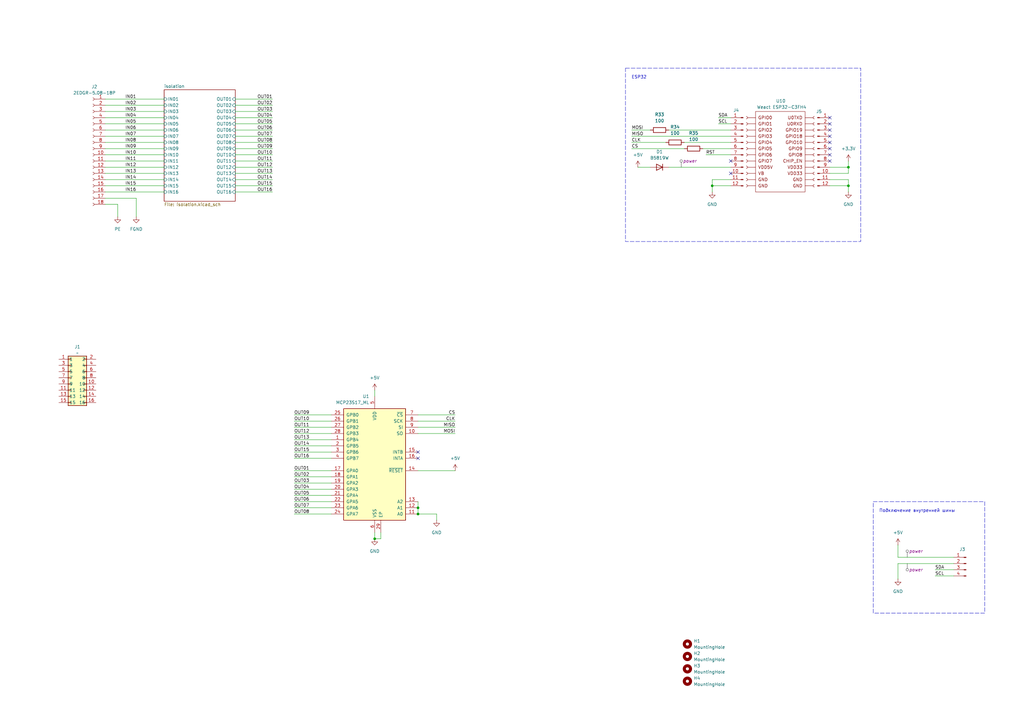
<source format=kicad_sch>
(kicad_sch (version 20231120) (generator "eeschema") (generator_version "8.0")
  (paper "A3")
  (lib_symbols
    (symbol "Interface_Expansion:MCP23S17_ML" (pin_names (offset 1.016))
      (property "Reference" "U" (at -11.43 24.13 0))
      (property "Value" "MCP23S17_ML" (at 0 0 0))
      (symbol "MCP23S17_ML_0_1"
        (rectangle (start -12.7 22.86) (end 12.7 -22.86) (stroke (width 0.254)) (fill (type background)))
      )
      (symbol "MCP23S17_ML_1_1"
        (pin bidirectional line (at 17.78 10.16 180) (length 5.08) (name "GPB4") (number "1"))
        (pin output line (at -17.78 12.7 0) (length 5.08) (name "SO") (number "10"))
        (pin input line (at -17.78 -20.32 0) (length 5.08) (name "A0") (number "11"))
        (pin input line (at -17.78 -17.78 0) (length 5.08) (name "A1") (number "12"))
        (pin input line (at -17.78 -15.24 0) (length 5.08) (name "A2") (number "13"))
        (pin input line (at -17.78 -2.54 0) (length 5.08) (name "~{RESET}") (number "14"))
        (pin tri_state line (at -17.78 5.08 0) (length 5.08) (name "INTB") (number "15"))
        (pin tri_state line (at -17.78 2.54 0) (length 5.08) (name "INTA") (number "16"))
        (pin bidirectional line (at 17.78 -2.54 180) (length 5.08) (name "GPA0") (number "17"))
        (pin bidirectional line (at 17.78 -5.08 180) (length 5.08) (name "GPA1") (number "18"))
        (pin bidirectional line (at 17.78 -7.62 180) (length 5.08) (name "GPA2") (number "19"))
        (pin bidirectional line (at 17.78 7.62 180) (length 5.08) (name "GPB5") (number "2"))
        (pin bidirectional line (at 17.78 -10.16 180) (length 5.08) (name "GPA3") (number "20"))
        (pin bidirectional line (at 17.78 -12.7 180) (length 5.08) (name "GPA4") (number "21"))
        (pin bidirectional line (at 17.78 -15.24 180) (length 5.08) (name "GPA5") (number "22"))
        (pin bidirectional line (at 17.78 -17.78 180) (length 5.08) (name "GPA6") (number "23"))
        (pin bidirectional line (at 17.78 -20.32 180) (length 5.08) (name "GPA7") (number "24"))
        (pin bidirectional line (at 17.78 20.32 180) (length 5.08) (name "GPB0") (number "25"))
        (pin bidirectional line (at 17.78 17.78 180) (length 5.08) (name "GPB1") (number "26"))
        (pin bidirectional line (at 17.78 15.24 180) (length 5.08) (name "GPB2") (number "27"))
        (pin bidirectional line (at 17.78 12.7 180) (length 5.08) (name "GPB3") (number "28"))
        (pin passive line (at -2.54 -27.94 90) (length 5.08) (name "EP") (number "29"))
        (pin bidirectional line (at 17.78 5.08 180) (length 5.08) (name "GPB6") (number "3"))
        (pin bidirectional line (at 17.78 2.54 180) (length 5.08) (name "GPB7") (number "4"))
        (pin power_in line (at 0 27.94 270) (length 5.08) (name "VDD") (number "5"))
        (pin power_in line (at 0 -27.94 90) (length 5.08) (name "VSS") (number "6"))
        (pin input line (at -17.78 20.32 0) (length 5.08) (name "~{CS}") (number "7"))
        (pin input line (at -17.78 17.78 0) (length 5.08) (name "SCK") (number "8"))
        (pin input line (at -17.78 15.24 0) (length 5.08) (name "SI") (number "9"))
      )
    )
    (symbol "Mechanical:MountingHole" (pin_names (offset 1.016)) (exclude_from_sim yes) (in_bom no)
      (property "Reference" "H" (at 0 5.08 0))
      (property "Value" "MountingHole" (at 0 3.175 0))
      (symbol "MountingHole_0_1"
        (circle (center 0 0) (radius 1.27) (stroke (width 1.27)))
      )
    )
    (symbol "kicad_inventree_lib:B5819W" (pin_numbers hide) (pin_names (offset 1.016) hide)
      (property "Reference" "D" (at 0 2.54 0))
      (property "Value" "B5819W" (at 0 -2.54 0))
      (property "part_ipn" "B5819W" (at 0 0 0))
      (symbol "B5819W_0_1"
        (polyline (pts (xy -1.27 1.27) (xy -1.27 -1.27)) (stroke (width 0.254)))
        (polyline (pts (xy 1.27 0) (xy -1.27 0)))
        (polyline (pts (xy 1.27 1.27) (xy 1.27 -1.27) (xy -1.27 0) (xy 1.27 1.27)) (stroke (width 0.254)))
      )
      (symbol "B5819W_1_1"
        (pin passive line (at -3.81 0 0) (length 2.54) (name "K") (number "1"))
        (pin passive line (at 3.81 0 180) (length 2.54) (name "A") (number "2"))
      )
    )
    (symbol "kicad_inventree_lib:Degson_2EDGR-5.08-18P" (pin_names (offset 1.016) hide)
      (property "Reference" "J" (at 0 2.54 0))
      (property "Value" "2EDGR-5.08-18P" (at -4.572 -46.482 0))
      (symbol "Degson_2EDGR-5.08-18P_1_1"
        (arc (start 0 -42.672) (mid -0.5058 -43.18) (end 0 -43.688) (stroke (width 0.1524)))
        (arc (start 0 -40.132) (mid -0.5058 -40.64) (end 0 -41.148) (stroke (width 0.1524)))
        (arc (start 0 -37.592) (mid -0.5058 -38.1) (end 0 -38.608) (stroke (width 0.1524)))
        (arc (start 0 -35.052) (mid -0.5058 -35.56) (end 0 -36.068) (stroke (width 0.1524)))
        (arc (start 0 -32.512) (mid -0.5058 -33.02) (end 0 -33.528) (stroke (width 0.1524)))
        (arc (start 0 -29.972) (mid -0.5058 -30.48) (end 0 -30.988) (stroke (width 0.1524)))
        (arc (start 0 -27.432) (mid -0.5058 -27.94) (end 0 -28.448) (stroke (width 0.1524)))
        (arc (start 0 -24.892) (mid -0.5058 -25.4) (end 0 -25.908) (stroke (width 0.1524)))
        (arc (start 0 -22.352) (mid -0.5058 -22.86) (end 0 -23.368) (stroke (width 0.1524)))
        (arc (start 0 -19.812) (mid -0.5058 -20.32) (end 0 -20.828) (stroke (width 0.1524)))
        (arc (start 0 -17.272) (mid -0.5058 -17.78) (end 0 -18.288) (stroke (width 0.1524)))
        (arc (start 0 -14.732) (mid -0.5058 -15.24) (end 0 -15.748) (stroke (width 0.1524)))
        (arc (start 0 -12.192) (mid -0.5058 -12.7) (end 0 -13.208) (stroke (width 0.1524)))
        (arc (start 0 -9.652) (mid -0.5058 -10.16) (end 0 -10.668) (stroke (width 0.1524)))
        (arc (start 0 -7.112) (mid -0.5058 -7.62) (end 0 -8.128) (stroke (width 0.1524)))
        (arc (start 0 -4.572) (mid -0.5058 -5.08) (end 0 -5.588) (stroke (width 0.1524)))
        (arc (start 0 -2.032) (mid -0.5058 -2.54) (end 0 -3.048) (stroke (width 0.1524)))
        (polyline (pts (xy -1.27 -43.18) (xy -0.508 -43.18)) (stroke (width 0.1524)))
        (polyline (pts (xy -1.27 -40.64) (xy -0.508 -40.64)) (stroke (width 0.1524)))
        (polyline (pts (xy -1.27 -38.1) (xy -0.508 -38.1)) (stroke (width 0.1524)))
        (polyline (pts (xy -1.27 -35.56) (xy -0.508 -35.56)) (stroke (width 0.1524)))
        (polyline (pts (xy -1.27 -33.02) (xy -0.508 -33.02)) (stroke (width 0.1524)))
        (polyline (pts (xy -1.27 -30.48) (xy -0.508 -30.48)) (stroke (width 0.1524)))
        (polyline (pts (xy -1.27 -27.94) (xy -0.508 -27.94)) (stroke (width 0.1524)))
        (polyline (pts (xy -1.27 -25.4) (xy -0.508 -25.4)) (stroke (width 0.1524)))
        (polyline (pts (xy -1.27 -22.86) (xy -0.508 -22.86)) (stroke (width 0.1524)))
        (polyline (pts (xy -1.27 -20.32) (xy -0.508 -20.32)) (stroke (width 0.1524)))
        (polyline (pts (xy -1.27 -17.78) (xy -0.508 -17.78)) (stroke (width 0.1524)))
        (polyline (pts (xy -1.27 -15.24) (xy -0.508 -15.24)) (stroke (width 0.1524)))
        (polyline (pts (xy -1.27 -12.7) (xy -0.508 -12.7)) (stroke (width 0.1524)))
        (polyline (pts (xy -1.27 -10.16) (xy -0.508 -10.16)) (stroke (width 0.1524)))
        (polyline (pts (xy -1.27 -7.62) (xy -0.508 -7.62)) (stroke (width 0.1524)))
        (polyline (pts (xy -1.27 -5.08) (xy -0.508 -5.08)) (stroke (width 0.1524)))
        (polyline (pts (xy -1.27 -2.54) (xy -0.508 -2.54)) (stroke (width 0.1524)))
        (polyline (pts (xy -1.27 0) (xy -0.508 0)) (stroke (width 0.1524)))
        (arc (start 0 0.508) (mid -0.5058 0) (end 0 -0.508) (stroke (width 0.1524)))
        (pin passive line (at -5.08 0 0) (length 3.81) (name "Pin_1") (number "1"))
        (pin passive line (at -5.08 -22.86 0) (length 3.81) (name "Pin_10") (number "10"))
        (pin passive line (at -5.08 -25.4 0) (length 3.81) (name "Pin_11") (number "11"))
        (pin passive line (at -5.08 -27.94 0) (length 3.81) (name "Pin_12") (number "12"))
        (pin passive line (at -5.08 -30.48 0) (length 3.81) (name "Pin_13") (number "13"))
        (pin passive line (at -5.08 -33.02 0) (length 3.81) (name "Pin_14") (number "14"))
        (pin passive line (at -5.08 -35.56 0) (length 3.81) (name "Pin_15") (number "15"))
        (pin passive line (at -5.08 -38.1 0) (length 3.81) (name "Pin_16") (number "16"))
        (pin passive line (at -5.08 -40.64 0) (length 3.81) (name "Pin_17") (number "17"))
        (pin passive line (at -5.08 -43.18 0) (length 3.81) (name "Pin_18") (number "18"))
        (pin passive line (at -5.08 -2.54 0) (length 3.81) (name "Pin_2") (number "2"))
        (pin passive line (at -5.08 -5.08 0) (length 3.81) (name "Pin_3") (number "3"))
        (pin passive line (at -5.08 -7.62 0) (length 3.81) (name "Pin_4") (number "4"))
        (pin passive line (at -5.08 -10.16 0) (length 3.81) (name "Pin_5") (number "5"))
        (pin passive line (at -5.08 -12.7 0) (length 3.81) (name "Pin_6") (number "6"))
        (pin passive line (at -5.08 -15.24 0) (length 3.81) (name "Pin_7") (number "7"))
        (pin passive line (at -5.08 -17.78 0) (length 3.81) (name "Pin_8") (number "8"))
        (pin passive line (at -5.08 -20.32 0) (length 3.81) (name "Pin_9") (number "9"))
      )
    )
    (symbol "kicad_inventree_lib:PM-front-02x08"
      (property "Reference" "J" (at 0 0 0))
      (symbol "PM-front-02x08_1_1"
        (rectangle (start -3.81 -22.733) (end -2.54 -22.987) (stroke (width 0.1524)))
        (rectangle (start -3.81 -20.193) (end -2.54 -20.447) (stroke (width 0.1524)))
        (rectangle (start -3.81 -17.653) (end -2.54 -17.907) (stroke (width 0.1524)))
        (rectangle (start -3.81 -15.113) (end -2.54 -15.367) (stroke (width 0.1524)))
        (rectangle (start -3.81 -12.573) (end -2.54 -12.827) (stroke (width 0.1524)))
        (rectangle (start -3.81 -10.033) (end -2.54 -10.287) (stroke (width 0.1524)))
        (rectangle (start -3.81 -7.493) (end -2.54 -7.747) (stroke (width 0.1524)))
        (rectangle (start -3.81 -4.953) (end -2.54 -5.207) (stroke (width 0.1524)))
        (rectangle (start -3.81 -3.81) (end 3.81 -24.13) (stroke (width 0.254)) (fill (type background)))
        (rectangle (start 3.81 -22.733) (end 2.54 -22.987) (stroke (width 0.1524)))
        (rectangle (start 3.81 -20.193) (end 2.54 -20.447) (stroke (width 0.1524)))
        (rectangle (start 3.81 -17.653) (end 2.54 -17.907) (stroke (width 0.1524)))
        (rectangle (start 3.81 -15.113) (end 2.54 -15.367) (stroke (width 0.1524)))
        (rectangle (start 3.81 -12.573) (end 2.54 -12.827) (stroke (width 0.1524)))
        (rectangle (start 3.81 -10.033) (end 2.54 -10.287) (stroke (width 0.1524)))
        (rectangle (start 3.81 -7.493) (end 2.54 -7.747) (stroke (width 0.1524)))
        (rectangle (start 3.81 -4.953) (end 2.54 -5.207) (stroke (width 0.1524)))
        (pin passive line (at -7.62 -5.08 0) (length 3.81) (name "1") (number "1"))
        (pin passive line (at 7.62 -15.24 180) (length 3.81) (name "10") (number "10"))
        (pin passive line (at -7.62 -17.78 0) (length 3.81) (name "11") (number "11"))
        (pin passive line (at 7.62 -17.78 180) (length 3.81) (name "12") (number "12"))
        (pin passive line (at -7.62 -20.32 0) (length 3.81) (name "13") (number "13"))
        (pin passive line (at 7.62 -20.32 180) (length 3.81) (name "14") (number "14"))
        (pin passive line (at -7.62 -22.86 0) (length 3.81) (name "15") (number "15"))
        (pin passive line (at 7.62 -22.86 180) (length 3.81) (name "16") (number "16"))
        (pin passive line (at 7.62 -5.08 180) (length 3.81) (name "2") (number "2"))
        (pin passive line (at -7.62 -7.62 0) (length 3.81) (name "3") (number "3"))
        (pin passive line (at 7.62 -7.62 180) (length 3.81) (name "4") (number "4"))
        (pin passive line (at -7.62 -10.16 0) (length 3.81) (name "5") (number "5"))
        (pin passive line (at 7.62 -10.16 180) (length 3.81) (name "6") (number "6"))
        (pin passive line (at -7.62 -12.7 0) (length 3.81) (name "7") (number "7"))
        (pin passive line (at 7.62 -12.7 180) (length 3.81) (name "8") (number "8"))
        (pin passive line (at -7.62 -15.24 0) (length 3.81) (name "9") (number "9"))
      )
    )
    (symbol "kicad_inventree_lib:PinHeader P2.54 01x04 THT Angle" (pin_names (offset 1.016) hide)
      (property "Reference" "J" (at 0 5.08 0))
      (property "Value" "Conn_01x04_Pin" (at 0 -7.62 0))
      (symbol "PinHeader P2.54 01x04 THT Angle_1_1"
        (polyline (pts (xy 1.27 -5.08) (xy 0.8636 -5.08)) (stroke (width 0.1524)))
        (polyline (pts (xy 1.27 -2.54) (xy 0.8636 -2.54)) (stroke (width 0.1524)))
        (polyline (pts (xy 1.27 0) (xy 0.8636 0)) (stroke (width 0.1524)))
        (polyline (pts (xy 1.27 2.54) (xy 0.8636 2.54)) (stroke (width 0.1524)))
        (rectangle (start 0.8636 -4.953) (end 0 -5.207) (stroke (width 0.1524)) (fill (type outline)))
        (rectangle (start 0.8636 -2.413) (end 0 -2.667) (stroke (width 0.1524)) (fill (type outline)))
        (rectangle (start 0.8636 0.127) (end 0 -0.127) (stroke (width 0.1524)) (fill (type outline)))
        (rectangle (start 0.8636 2.667) (end 0 2.413) (stroke (width 0.1524)) (fill (type outline)))
        (pin passive line (at 5.08 2.54 180) (length 3.81) (name "Pin_1") (number "1"))
        (pin passive line (at 5.08 0 180) (length 3.81) (name "Pin_2") (number "2"))
        (pin passive line (at 5.08 -2.54 180) (length 3.81) (name "Pin_3") (number "3"))
        (pin passive line (at 5.08 -5.08 180) (length 3.81) (name "Pin_4") (number "4"))
      )
    )
    (symbol "kicad_inventree_lib:PinHeader_01x12_P2.54_THT_straight" (pin_names (offset 1.016) hide)
      (property "Reference" "J" (at 0 15.24 0))
      (property "Value" "PinHeader_01x12_P2.54_THT_straight" (at 0 -17.78 0))
      (symbol "PinHeader_01x12_P2.54_THT_straight_1_1"
        (polyline (pts (xy 1.27 -15.24) (xy 0.8636 -15.24)) (stroke (width 0.1524)))
        (polyline (pts (xy 1.27 -12.7) (xy 0.8636 -12.7)) (stroke (width 0.1524)))
        (polyline (pts (xy 1.27 -10.16) (xy 0.8636 -10.16)) (stroke (width 0.1524)))
        (polyline (pts (xy 1.27 -7.62) (xy 0.8636 -7.62)) (stroke (width 0.1524)))
        (polyline (pts (xy 1.27 -5.08) (xy 0.8636 -5.08)) (stroke (width 0.1524)))
        (polyline (pts (xy 1.27 -2.54) (xy 0.8636 -2.54)) (stroke (width 0.1524)))
        (polyline (pts (xy 1.27 0) (xy 0.8636 0)) (stroke (width 0.1524)))
        (polyline (pts (xy 1.27 2.54) (xy 0.8636 2.54)) (stroke (width 0.1524)))
        (polyline (pts (xy 1.27 5.08) (xy 0.8636 5.08)) (stroke (width 0.1524)))
        (polyline (pts (xy 1.27 7.62) (xy 0.8636 7.62)) (stroke (width 0.1524)))
        (polyline (pts (xy 1.27 10.16) (xy 0.8636 10.16)) (stroke (width 0.1524)))
        (polyline (pts (xy 1.27 12.7) (xy 0.8636 12.7)) (stroke (width 0.1524)))
        (rectangle (start 0.8636 -15.113) (end 0 -15.367) (stroke (width 0.1524)) (fill (type outline)))
        (rectangle (start 0.8636 -12.573) (end 0 -12.827) (stroke (width 0.1524)) (fill (type outline)))
        (rectangle (start 0.8636 -10.033) (end 0 -10.287) (stroke (width 0.1524)) (fill (type outline)))
        (rectangle (start 0.8636 -7.493) (end 0 -7.747) (stroke (width 0.1524)) (fill (type outline)))
        (rectangle (start 0.8636 -4.953) (end 0 -5.207) (stroke (width 0.1524)) (fill (type outline)))
        (rectangle (start 0.8636 -2.413) (end 0 -2.667) (stroke (width 0.1524)) (fill (type outline)))
        (rectangle (start 0.8636 0.127) (end 0 -0.127) (stroke (width 0.1524)) (fill (type outline)))
        (rectangle (start 0.8636 2.667) (end 0 2.413) (stroke (width 0.1524)) (fill (type outline)))
        (rectangle (start 0.8636 5.207) (end 0 4.953) (stroke (width 0.1524)) (fill (type outline)))
        (rectangle (start 0.8636 7.747) (end 0 7.493) (stroke (width 0.1524)) (fill (type outline)))
        (rectangle (start 0.8636 10.287) (end 0 10.033) (stroke (width 0.1524)) (fill (type outline)))
        (rectangle (start 0.8636 12.827) (end 0 12.573) (stroke (width 0.1524)) (fill (type outline)))
        (pin passive line (at 5.08 12.7 180) (length 3.81) (name "Pin_1") (number "1"))
        (pin passive line (at 5.08 -10.16 180) (length 3.81) (name "Pin_10") (number "10"))
        (pin passive line (at 5.08 -12.7 180) (length 3.81) (name "Pin_11") (number "11"))
        (pin passive line (at 5.08 -15.24 180) (length 3.81) (name "Pin_12") (number "12"))
        (pin passive line (at 5.08 10.16 180) (length 3.81) (name "Pin_2") (number "2"))
        (pin passive line (at 5.08 7.62 180) (length 3.81) (name "Pin_3") (number "3"))
        (pin passive line (at 5.08 5.08 180) (length 3.81) (name "Pin_4") (number "4"))
        (pin passive line (at 5.08 2.54 180) (length 3.81) (name "Pin_5") (number "5"))
        (pin passive line (at 5.08 0 180) (length 3.81) (name "Pin_6") (number "6"))
        (pin passive line (at 5.08 -2.54 180) (length 3.81) (name "Pin_7") (number "7"))
        (pin passive line (at 5.08 -5.08 180) (length 3.81) (name "Pin_8") (number "8"))
        (pin passive line (at 5.08 -7.62 180) (length 3.81) (name "Pin_9") (number "9"))
      )
    )
    (symbol "kicad_inventree_lib:R_100_1206_1%" (pin_numbers hide) (pin_names (offset 0))
      (property "Reference" "R" (at 2.032 0 90))
      (property "Value" "100" (at 0 0 90))
      (symbol "R_100_1206_1%_0_1"
        (rectangle (start -1.016 -2.54) (end 1.016 2.54) (stroke (width 0.254)))
      )
      (symbol "R_100_1206_1%_1_1"
        (pin passive line (at 0 3.81 270) (length 1.27) (name "~") (number "1"))
        (pin passive line (at 0 -3.81 90) (length 1.27) (name "~") (number "2"))
      )
    )
    (symbol "kicad_inventree_lib:Weact ESP32-C3FH4"
      (property "Reference" "U" (at 0 0 0))
      (property "Value" "Weact ESP32-C3FH4" (at 0 0 0))
      (symbol "Weact ESP32-C3FH4_0_1"
        (rectangle (start -10.16 -2.54) (end 10.16 -35.56))
        (polyline (pts (xy -13.462 -33.02) (xy -10.16 -33.02)))
        (polyline (pts (xy -13.462 -30.48) (xy -10.16 -30.48)))
        (polyline (pts (xy -13.462 -27.94) (xy -10.16 -27.94)))
        (polyline (pts (xy -13.462 -25.4) (xy -10.16 -25.4)))
        (polyline (pts (xy -13.462 -22.86) (xy -10.16 -22.86)))
        (polyline (pts (xy -13.462 -20.32) (xy -10.16 -20.32)))
        (polyline (pts (xy -13.462 -17.78) (xy -10.16 -17.78)))
        (polyline (pts (xy -13.462 -15.24) (xy -10.16 -15.24)))
        (polyline (pts (xy -13.462 -12.7) (xy -10.16 -12.7)))
        (polyline (pts (xy -13.462 -10.16) (xy -10.16 -10.16)))
        (polyline (pts (xy -13.462 -7.62) (xy -10.16 -7.62)))
        (polyline (pts (xy -13.462 -5.08) (xy -10.16 -5.08)))
        (polyline (pts (xy 13.462 -33.02) (xy 10.16 -33.02)))
        (polyline (pts (xy 13.462 -30.48) (xy 10.16 -30.48)))
        (polyline (pts (xy 13.462 -27.94) (xy 10.16 -27.94)))
        (polyline (pts (xy 13.462 -25.4) (xy 10.16 -25.4)))
        (polyline (pts (xy 13.462 -22.86) (xy 10.16 -22.86)))
        (polyline (pts (xy 13.462 -20.32) (xy 10.16 -20.32)))
        (polyline (pts (xy 13.462 -17.78) (xy 10.16 -17.78)))
        (polyline (pts (xy 13.462 -15.24) (xy 10.16 -15.24)))
        (polyline (pts (xy 13.462 -12.7) (xy 10.16 -12.7)))
        (polyline (pts (xy 13.462 -10.16) (xy 10.16 -10.16)))
        (polyline (pts (xy 13.462 -7.62) (xy 10.16 -7.62)))
        (polyline (pts (xy 13.462 -5.08) (xy 10.16 -5.08)))
      )
      (symbol "Weact ESP32-C3FH4_1_1"
        (arc (start -13.9678 -33.528) (mid -13.462 -33.02) (end -13.9678 -32.512) (stroke (width 0.1524)))
        (arc (start -13.9678 -30.988) (mid -13.462 -30.48) (end -13.9678 -29.972) (stroke (width 0.1524)))
        (arc (start -13.9678 -28.448) (mid -13.462 -27.94) (end -13.9678 -27.432) (stroke (width 0.1524)))
        (arc (start -13.9678 -25.908) (mid -13.462 -25.4) (end -13.9678 -24.892) (stroke (width 0.1524)))
        (arc (start -13.9678 -23.368) (mid -13.462 -22.86) (end -13.9678 -22.352) (stroke (width 0.1524)))
        (arc (start -13.9678 -20.828) (mid -13.462 -20.32) (end -13.9678 -19.812) (stroke (width 0.1524)))
        (arc (start -13.9678 -18.288) (mid -13.462 -17.78) (end -13.9678 -17.272) (stroke (width 0.1524)))
        (arc (start -13.9678 -15.748) (mid -13.462 -15.24) (end -13.9678 -14.732) (stroke (width 0.1524)))
        (arc (start -13.9678 -13.208) (mid -13.462 -12.7) (end -13.9678 -12.192) (stroke (width 0.1524)))
        (arc (start -13.9678 -10.668) (mid -13.462 -10.16) (end -13.9678 -9.652) (stroke (width 0.1524)))
        (arc (start -13.9678 -8.128) (mid -13.462 -7.62) (end -13.9678 -7.112) (stroke (width 0.1524)))
        (arc (start -13.9678 -5.588) (mid -13.462 -5.08) (end -13.9678 -4.572) (stroke (width 0.1524)))
        (arc (start 13.9678 -32.512) (mid 13.46 -33.02) (end 13.9678 -33.528) (stroke (width 0.1524)))
        (arc (start 13.9678 -29.972) (mid 13.46 -30.48) (end 13.9678 -30.988) (stroke (width 0.1524)))
        (arc (start 13.9678 -27.432) (mid 13.462 -27.94) (end 13.9678 -28.448) (stroke (width 0.1524)))
        (arc (start 13.9678 -24.892) (mid 13.462 -25.4) (end 13.9678 -25.908) (stroke (width 0.1524)))
        (arc (start 13.9678 -22.352) (mid 13.462 -22.86) (end 13.9678 -23.368) (stroke (width 0.1524)))
        (arc (start 13.9678 -19.812) (mid 13.462 -20.32) (end 13.9678 -20.828) (stroke (width 0.1524)))
        (arc (start 13.9678 -17.272) (mid 13.462 -17.78) (end 13.9678 -18.288) (stroke (width 0.1524)))
        (arc (start 13.9678 -14.732) (mid 13.462 -15.24) (end 13.9678 -15.748) (stroke (width 0.1524)))
        (arc (start 13.9678 -12.192) (mid 13.462 -12.7) (end 13.9678 -13.208) (stroke (width 0.1524)))
        (arc (start 13.9678 -9.652) (mid 13.462 -10.16) (end 13.9678 -10.668) (stroke (width 0.1524)))
        (arc (start 13.9678 -7.112) (mid 13.462 -7.62) (end 13.9678 -8.128) (stroke (width 0.1524)))
        (arc (start 13.9678 -4.572) (mid 13.462 -5.08) (end 13.9678 -5.588) (stroke (width 0.1524)))
        (text "CHIP_EN" (at 9.144 -22.86 0) (effects (font (size 1.27 1.27)) (justify right)))
        (text "GND" (at -9.144 -33.02 0) (effects (font (size 1.27 1.27)) (justify left)))
        (text "GND" (at -9.144 -30.48 0) (effects (font (size 1.27 1.27)) (justify left)))
        (text "GND" (at 9.144 -33.02 0) (effects (font (size 1.27 1.27)) (justify right)))
        (text "GND" (at 9.144 -30.48 0) (effects (font (size 1.27 1.27)) (justify right)))
        (text "GPIO0" (at -9.144 -5.08 0) (effects (font (size 1.27 1.27)) (justify left)))
        (text "GPIO1" (at -9.144 -7.62 0) (effects (font (size 1.27 1.27)) (justify left)))
        (text "GPIO10" (at 9.144 -15.24 0) (effects (font (size 1.27 1.27)) (justify right)))
        (text "GPIO18" (at 9.144 -12.7 0) (effects (font (size 1.27 1.27)) (justify right)))
        (text "GPIO19" (at 9.144 -10.16 0) (effects (font (size 1.27 1.27)) (justify right)))
        (text "GPIO2" (at -9.144 -10.16 0) (effects (font (size 1.27 1.27)) (justify left)))
        (text "GPIO3" (at -9.144 -12.7 0) (effects (font (size 1.27 1.27)) (justify left)))
        (text "GPIO4" (at -9.144 -15.24 0) (effects (font (size 1.27 1.27)) (justify left)))
        (text "GPIO5" (at -9.144 -17.78 0) (effects (font (size 1.27 1.27)) (justify left)))
        (text "GPIO6" (at -9.144 -20.32 0) (effects (font (size 1.27 1.27)) (justify left)))
        (text "GPIO7" (at -9.144 -22.86 0) (effects (font (size 1.27 1.27)) (justify left)))
        (text "GPIO8" (at 9.144 -20.32 0) (effects (font (size 1.27 1.27)) (justify right)))
        (text "GPIO9" (at 9.144 -17.78 0) (effects (font (size 1.27 1.27)) (justify right)))
        (text "U0RXD" (at 9.144 -7.62 0) (effects (font (size 1.27 1.27)) (justify right)))
        (text "U0TXD" (at 9.144 -5.08 0) (effects (font (size 1.27 1.27)) (justify right)))
        (text "VB" (at -9.144 -27.94 0) (effects (font (size 1.27 1.27)) (justify left)))
        (text "VDD33" (at 9.144 -27.94 0) (effects (font (size 1.27 1.27)) (justify right)))
        (text "VDD33" (at 9.144 -25.4 0) (effects (font (size 1.27 1.27)) (justify right)))
        (text "VDD5V" (at -9.144 -25.4 0) (effects (font (size 1.27 1.27)) (justify left)))
      )
    )
    (symbol "power:+3.3V" (power) (pin_numbers hide) (pin_names (offset 0) hide)
      (property "Value" "+3.3V" (at 0 3.556 0))
      (symbol "+3.3V_0_1"
        (polyline (pts (xy -0.762 1.27) (xy 0 2.54)))
        (polyline (pts (xy 0 0) (xy 0 2.54)))
        (polyline (pts (xy 0 2.54) (xy 0.762 1.27)))
      )
      (symbol "+3.3V_1_1"
        (pin power_in line (at 0 0 90) (length 0) (name "~") (number "1"))
      )
    )
    (symbol "power:+5V" (power) (pin_numbers hide) (pin_names (offset 0) hide)
      (property "Value" "+5V" (at 0 3.556 0))
      (symbol "+5V_0_1"
        (polyline (pts (xy -0.762 1.27) (xy 0 2.54)))
        (polyline (pts (xy 0 0) (xy 0 2.54)))
        (polyline (pts (xy 0 2.54) (xy 0.762 1.27)))
      )
      (symbol "+5V_1_1"
        (pin power_in line (at 0 0 90) (length 0) (name "~") (number "1"))
      )
    )
    (symbol "power:GND" (power) (pin_numbers hide) (pin_names (offset 0) hide)
      (property "Value" "GND" (at 0 -3.81 0))
      (symbol "GND_0_1"
        (polyline (pts (xy 0 0) (xy 0 -1.27) (xy 1.27 -1.27) (xy 0 -2.54) (xy -1.27 -1.27) (xy 0 -1.27)))
      )
      (symbol "GND_1_1"
        (pin power_in line (at 0 0 270) (length 0) (name "~") (number "1"))
      )
    )
  )
  (junction (at 171.45 210.82))
  (junction (at 292.1 76.2))
  (junction (at 153.67 220.98))
  (junction (at 171.45 208.28))
  (junction (at 347.98 68.58))
  (junction (at 347.98 76.2))
  (no_connect (at 340.36 48.26))
  (no_connect (at 340.36 53.34))
  (no_connect (at 299.72 71.12))
  (no_connect (at 340.36 60.96))
  (no_connect (at 340.36 58.42))
  (no_connect (at 171.45 187.96))
  (no_connect (at 171.45 185.42))
  (no_connect (at 340.36 50.8))
  (no_connect (at 340.36 66.04))
  (no_connect (at 340.36 63.5))
  (no_connect (at 340.36 55.88))
  (no_connect (at 299.72 66.04))
  (wire (pts (xy 368.3 231.14) (xy 368.3 237.49)))
  (wire (pts (xy 259.08 58.42) (xy 273.05 58.42)))
  (wire (pts (xy 299.72 63.5) (xy 289.56 63.5)))
  (wire (pts (xy 274.32 53.34) (xy 299.72 53.34)))
  (wire (pts (xy 96.52 43.18) (xy 111.76 43.18)))
  (wire (pts (xy 55.88 81.28) (xy 43.18 81.28)))
  (wire (pts (xy 171.45 208.28) (xy 171.45 210.82)))
  (wire (pts (xy 120.65 182.88) (xy 135.89 182.88)))
  (wire (pts (xy 120.65 195.58) (xy 135.89 195.58)))
  (wire (pts (xy 43.18 55.88) (xy 67.31 55.88)))
  (wire (pts (xy 171.45 175.26) (xy 186.69 175.26)))
  (wire (pts (xy 179.07 210.82) (xy 171.45 210.82)))
  (wire (pts (xy 43.18 48.26) (xy 67.31 48.26)))
  (wire (pts (xy 43.18 60.96) (xy 67.31 60.96)))
  (wire (pts (xy 43.18 66.04) (xy 67.31 66.04)))
  (wire (pts (xy 120.65 198.12) (xy 135.89 198.12)))
  (wire (pts (xy 368.3 231.14) (xy 391.16 231.14)))
  (wire (pts (xy 292.1 76.2) (xy 292.1 78.74)))
  (wire (pts (xy 120.65 200.66) (xy 135.89 200.66)))
  (wire (pts (xy 292.1 76.2) (xy 299.72 76.2)))
  (wire (pts (xy 294.64 48.26) (xy 299.72 48.26)))
  (wire (pts (xy 347.98 76.2) (xy 347.98 78.74)))
  (wire (pts (xy 153.67 160.02) (xy 153.67 162.56)))
  (wire (pts (xy 120.65 175.26) (xy 135.89 175.26)))
  (wire (pts (xy 383.54 233.68) (xy 391.16 233.68)))
  (wire (pts (xy 383.54 236.22) (xy 391.16 236.22)))
  (wire (pts (xy 171.45 193.04) (xy 186.69 193.04)))
  (wire (pts (xy 120.65 193.04) (xy 135.89 193.04)))
  (wire (pts (xy 120.65 172.72) (xy 135.89 172.72)))
  (wire (pts (xy 280.67 58.42) (xy 299.72 58.42)))
  (wire (pts (xy 340.36 68.58) (xy 347.98 68.58)))
  (wire (pts (xy 48.26 83.82) (xy 48.26 88.9)))
  (wire (pts (xy 55.88 88.9) (xy 55.88 81.28)))
  (wire (pts (xy 288.29 60.96) (xy 299.72 60.96)))
  (wire (pts (xy 347.98 68.58) (xy 347.98 66.04)))
  (wire (pts (xy 96.52 63.5) (xy 111.76 63.5)))
  (wire (pts (xy 96.52 78.74) (xy 111.76 78.74)))
  (wire (pts (xy 96.52 40.64) (xy 111.76 40.64)))
  (wire (pts (xy 120.65 187.96) (xy 135.89 187.96)))
  (wire (pts (xy 43.18 43.18) (xy 67.31 43.18)))
  (wire (pts (xy 96.52 55.88) (xy 111.76 55.88)))
  (wire (pts (xy 120.65 205.74) (xy 135.89 205.74)))
  (wire (pts (xy 43.18 63.5) (xy 67.31 63.5)))
  (wire (pts (xy 156.21 218.44) (xy 156.21 220.98)))
  (wire (pts (xy 43.18 68.58) (xy 67.31 68.58)))
  (wire (pts (xy 120.65 177.8) (xy 135.89 177.8)))
  (wire (pts (xy 43.18 58.42) (xy 67.31 58.42)))
  (wire (pts (xy 156.21 220.98) (xy 153.67 220.98)))
  (wire (pts (xy 171.45 170.18) (xy 186.69 170.18)))
  (wire (pts (xy 340.36 76.2) (xy 347.98 76.2)))
  (wire (pts (xy 43.18 83.82) (xy 48.26 83.82)))
  (wire (pts (xy 259.08 53.34) (xy 266.7 53.34)))
  (wire (pts (xy 96.52 45.72) (xy 111.76 45.72)))
  (wire (pts (xy 299.72 68.58) (xy 274.32 68.58)))
  (wire (pts (xy 179.07 213.36) (xy 179.07 210.82)))
  (wire (pts (xy 153.67 218.44) (xy 153.67 220.98)))
  (wire (pts (xy 347.98 71.12) (xy 347.98 68.58)))
  (wire (pts (xy 96.52 71.12) (xy 111.76 71.12)))
  (wire (pts (xy 43.18 76.2) (xy 67.31 76.2)))
  (wire (pts (xy 120.65 170.18) (xy 135.89 170.18)))
  (wire (pts (xy 120.65 203.2) (xy 135.89 203.2)))
  (wire (pts (xy 120.65 180.34) (xy 135.89 180.34)))
  (wire (pts (xy 347.98 73.66) (xy 347.98 76.2)))
  (wire (pts (xy 340.36 73.66) (xy 347.98 73.66)))
  (wire (pts (xy 43.18 73.66) (xy 67.31 73.66)))
  (wire (pts (xy 368.3 228.6) (xy 391.16 228.6)))
  (wire (pts (xy 96.52 50.8) (xy 111.76 50.8)))
  (wire (pts (xy 299.72 73.66) (xy 292.1 73.66)))
  (wire (pts (xy 43.18 40.64) (xy 67.31 40.64)))
  (wire (pts (xy 43.18 71.12) (xy 67.31 71.12)))
  (wire (pts (xy 43.18 78.74) (xy 67.31 78.74)))
  (wire (pts (xy 120.65 210.82) (xy 135.89 210.82)))
  (wire (pts (xy 96.52 68.58) (xy 111.76 68.58)))
  (wire (pts (xy 259.08 60.96) (xy 280.67 60.96)))
  (wire (pts (xy 96.52 53.34) (xy 111.76 53.34)))
  (wire (pts (xy 43.18 45.72) (xy 67.31 45.72)))
  (wire (pts (xy 96.52 73.66) (xy 111.76 73.66)))
  (wire (pts (xy 340.36 71.12) (xy 347.98 71.12)))
  (wire (pts (xy 96.52 76.2) (xy 111.76 76.2)))
  (wire (pts (xy 120.65 185.42) (xy 135.89 185.42)))
  (wire (pts (xy 171.45 205.74) (xy 171.45 208.28)))
  (wire (pts (xy 43.18 50.8) (xy 67.31 50.8)))
  (wire (pts (xy 120.65 208.28) (xy 135.89 208.28)))
  (wire (pts (xy 294.64 50.8) (xy 299.72 50.8)))
  (wire (pts (xy 96.52 58.42) (xy 111.76 58.42)))
  (wire (pts (xy 96.52 60.96) (xy 111.76 60.96)))
  (wire (pts (xy 96.52 66.04) (xy 111.76 66.04)))
  (wire (pts (xy 171.45 177.8) (xy 186.69 177.8)))
  (wire (pts (xy 292.1 73.66) (xy 292.1 76.2)))
  (wire (pts (xy 368.3 228.6) (xy 368.3 223.52)))
  (wire (pts (xy 171.45 172.72) (xy 186.69 172.72)))
  (wire (pts (xy 259.08 55.88) (xy 299.72 55.88)))
  (wire (pts (xy 96.52 48.26) (xy 111.76 48.26)))
  (wire (pts (xy 43.18 53.34) (xy 67.31 53.34)))
  (wire (pts (xy 266.7 68.58) (xy 261.62 68.58)))
  (rectangle (start 358.14 205.74) (end 403.86 251.46) (stroke (width 0) (type dash)))
  (rectangle (start 256.54 27.94) (end 353.06 99.06) (stroke (width 0) (type dash)))
  (text "ESP32" (at 262.128 31.75 0) (effects (font (size 1.27 1.27))))
  (text "Подключение внутренней шины" (at 376.174 209.55 0) (effects (font (size 1.27 1.27))))
  (label "IN05" (at 55.88 50.8 180))
  (label "OUT14" (at 111.76 73.66 180))
  (label "IN11" (at 55.88 66.04 180))
  (label "OUT09" (at 120.65 170.18 0))
  (label "CLK" (at 259.08 58.42 0))
  (label "IN12" (at 55.88 68.58 180))
  (label "OUT08" (at 111.76 58.42 180))
  (label "OUT13" (at 120.65 180.34 0))
  (label "OUT13" (at 111.76 71.12 180))
  (label "OUT05" (at 111.76 50.8 180))
  (label "OUT11" (at 111.76 66.04 180))
  (label "OUT06" (at 120.65 205.74 0))
  (label "CS" (at 259.08 60.96 0))
  (label "OUT16" (at 120.65 187.96 0))
  (label "OUT07" (at 111.76 55.88 180))
  (label "IN06" (at 55.88 53.34 180))
  (label "MOSI" (at 259.08 53.34 0))
  (label "IN01" (at 55.88 40.64 180))
  (label "SDA" (at 383.54 233.68 0))
  (label "IN10" (at 55.88 63.5 180))
  (label "OUT04" (at 111.76 48.26 180))
  (label "SDA" (at 294.64 48.26 0))
  (label "OUT10" (at 120.65 172.72 0))
  (label "CS" (at 186.69 170.18 180))
  (label "IN02" (at 55.88 43.18 180))
  (label "OUT02" (at 111.76 43.18 180))
  (label "OUT07" (at 120.65 208.28 0))
  (label "OUT02" (at 120.65 195.58 0))
  (label "IN09" (at 55.88 60.96 180))
  (label "OUT12" (at 111.76 68.58 180))
  (label "OUT12" (at 120.65 177.8 0))
  (label "OUT16" (at 111.76 78.74 180))
  (label "OUT15" (at 111.76 76.2 180))
  (label "OUT15" (at 120.65 185.42 0))
  (label "RST" (at 289.56 63.5 0))
  (label "OUT14" (at 120.65 182.88 0))
  (label "OUT11" (at 120.65 175.26 0))
  (label "IN04" (at 55.88 48.26 180))
  (label "MISO" (at 186.69 175.26 180))
  (label "OUT03" (at 120.65 198.12 0))
  (label "CLK" (at 186.69 172.72 180))
  (label "IN14" (at 55.88 73.66 180))
  (label "OUT05" (at 120.65 203.2 0))
  (label "OUT01" (at 120.65 193.04 0))
  (label "OUT09" (at 111.76 60.96 180))
  (label "SCL" (at 294.64 50.8 0))
  (label "OUT03" (at 111.76 45.72 180))
  (label "OUT04" (at 120.65 200.66 0))
  (label "MOSI" (at 186.69 177.8 180))
  (label "IN15" (at 55.88 76.2 180))
  (label "IN13" (at 55.88 71.12 180))
  (label "SCL" (at 383.54 236.22 0))
  (label "MISO" (at 259.08 55.88 0))
  (label "IN08" (at 55.88 58.42 180))
  (label "OUT10" (at 111.76 63.5 180))
  (label "OUT08" (at 120.65 210.82 0))
  (label "IN03" (at 55.88 45.72 180))
  (label "OUT01" (at 111.76 40.64 180))
  (label "IN16" (at 55.88 78.74 180))
  (label "OUT06" (at 111.76 53.34 180))
  (label "IN07" (at 55.88 55.88 180))
  (netclass_flag "" (length 2.54) (shape round) (at 279.4 68.58 0) (property "Netclass" "power" (at 280.0985 66.04 0) (effects (font (italic yes)) (justify left))))
  (netclass_flag "" (length 2.54) (shape round) (at 372.11 231.14 180) (property "Netclass" "power" (at 372.8085 233.68 0) (effects (font (italic yes)) (justify left))))
  (netclass_flag "" (length 2.54) (shape round) (at 372.11 228.6 0) (property "Netclass" "power" (at 372.8085 226.06 0) (effects (font (italic yes)) (justify left))))
  (symbol (lib_id "power:GND") (at 153.67 220.98 0) (unit 1)
    (property "Reference" "#PWR04" (effects (hide yes)))
    (property "Value" "GND" (at 153.67 226.06 0))
    (property "Description" "Power symbol creates a global label with name \"GND\" , ground" (effects (hide yes)))
  )
  (symbol (lib_id "Mechanical:MountingHole") (at 281.94 279.4 0) (unit 1) (exclude_from_sim yes) (in_bom no)
    (property "Reference" "H4" (at 284.48 278.1299 0) (effects (justify left)))
    (property "Value" "MountingHole" (at 284.48 280.6699 0) (effects (justify left)))
    (property "Footprint" "MountingHole:MountingHole_3.2mm_M3" (effects (hide yes)))
    (property "Description" "Mounting Hole without connection" (effects (hide yes)))
  )
  (symbol (lib_id "Mechanical:MountingHole") (at 281.94 274.32 0) (unit 1) (exclude_from_sim yes) (in_bom no)
    (property "Reference" "H3" (at 284.48 273.0499 0) (effects (justify left)))
    (property "Value" "MountingHole" (at 284.48 275.5899 0) (effects (justify left)))
    (property "Footprint" "MountingHole:MountingHole_3.2mm_M3" (effects (hide yes)))
    (property "Description" "Mounting Hole without connection" (effects (hide yes)))
  )
  (symbol (lib_id "kicad_inventree_lib:Weact ESP32-C3FH4") (at 320.04 43.18 0) (unit 1)
    (property "Reference" "U10" (at 318.262 41.402 0) (effects (justify left)))
    (property "Value" "Weact ESP32-C3FH4" (at 310.388 43.942 0) (effects (justify left)))
    (property "Footprint" "kicad_inventree_lib:Weact ESP32-C3FH4" (effects (hide yes)))
    (property "Datasheet" "http://inventree.network/part/49/" (effects (hide yes)))
    (property "Description" "Микроконтроллер Weact ESP32-C3" (effects (hide yes)))
    (property "NextPCB_price" "3.5" (effects (hide yes)))
    (property "NextPCB_url" "https://aliexpress.ru/item/1005004960064227.html?sku_id=12000037047175289&spm=a2g2w.stores.seller_list.26.735f3604TtTEtI" (effects (hide yes)))
    (property "part_ipn" "Weact ESP32-C3FH4" (effects (hide yes)))
  )
  (symbol (lib_id "Mechanical:MountingHole") (at 281.94 264.16 0) (unit 1) (exclude_from_sim yes) (in_bom no)
    (property "Reference" "H1" (at 284.48 262.8899 0) (effects (justify left)))
    (property "Value" "MountingHole" (at 284.48 265.4299 0) (effects (justify left)))
    (property "Footprint" "MountingHole:MountingHole_3.2mm_M3" (effects (hide yes)))
    (property "Description" "Mounting Hole without connection" (effects (hide yes)))
  )
  (symbol (lib_id "kicad_inventree_lib:R_100_1206_1%") (at 284.48 60.96 90) (unit 1)
    (property "Reference" "R35" (at 284.48 54.61 90))
    (property "Value" "100" (at 284.48 57.15 90))
    (property "Footprint" "Resistor_SMD:R_1206_3216Metric_Pad1.30x1.75mm_HandSolder" (effects (hide yes)))
    (property "Datasheet" "http://inventree.network/part/61/" (effects (hide yes)))
    (property "Description" "Resistor" (effects (hide yes)))
    (property "NextPCB_price" "0.00169" (effects (hide yes)))
    (property "NextPCB_url" "https://www.hqonline.com/product-detail/chip-resistors-fojan-frc1206f3301ts-2500354421" (effects (hide yes)))
    (property "part_ipn" "R_100_1206_1%" (effects (hide yes)))
  )
  (symbol (lib_id "power:+5V") (at 186.69 193.04 0) (unit 1)
    (property "Reference" "#PWR06" (effects (hide yes)))
    (property "Value" "+5V" (at 186.69 187.96 0))
    (property "Description" "Power symbol creates a global label with name \"+5V\"" (effects (hide yes)))
  )
  (symbol (lib_id "power:GND") (at 292.1 78.74 0) (unit 1)
    (property "Reference" "#PWR016" (effects (hide yes)))
    (property "Value" "GND" (at 292.1 83.82 0))
    (property "Description" "Power symbol creates a global label with name \"GND\" , ground" (effects (hide yes)))
  )
  (symbol (lib_id "power:GND") (at 368.3 237.49 0) (unit 1)
    (property "Reference" "#PWR08" (effects (hide yes)))
    (property "Value" "GND" (at 368.3 242.57 0))
    (property "Description" "Power symbol creates a global label with name \"GND\" , ground" (effects (hide yes)))
  )
  (symbol (lib_id "power:GND") (at 48.26 88.9 0) (unit 1)
    (property "Reference" "#PWR01" (effects (hide yes)))
    (property "Value" "PE" (at 48.26 93.98 0))
    (property "Description" "Power symbol creates a global label with name \"GND\" , ground" (effects (hide yes)))
  )
  (symbol (lib_id "power:+3.3V") (at 347.98 66.04 0) (unit 1)
    (property "Reference" "#PWR017" (effects (hide yes)))
    (property "Value" "+3.3V" (at 347.98 60.96 0))
    (property "Description" "Power symbol creates a global label with name \"+3.3V\"" (effects (hide yes)))
  )
  (symbol (lib_id "Interface_Expansion:MCP23S17_ML") (at 153.67 190.5 0) (mirror y) (unit 1)
    (property "Reference" "U1" (at 151.4759 162.56 0) (effects (justify left)))
    (property "Value" "MCP23S17_ML" (at 151.4759 165.1 0) (effects (justify left)))
    (property "Footprint" "Package_DFN_QFN:QFN-28-1EP_6x6mm_P0.65mm_EP4.25x4.25mm" (effects (hide yes)))
    (property "Datasheet" "http://ww1.microchip.com/downloads/en/DeviceDoc/20001952C.pdf" (effects (hide yes)))
    (property "Description" "16-bit I/O expander, SPI, interrupts, w pull-ups, QFN-28" (effects (hide yes)))
  )
  (symbol (lib_id "power:GND") (at 347.98 78.74 0) (unit 1)
    (property "Reference" "#PWR018" (effects (hide yes)))
    (property "Value" "GND" (at 347.98 83.82 0))
    (property "Description" "Power symbol creates a global label with name \"GND\" , ground" (effects (hide yes)))
  )
  (symbol (lib_id "power:+5V") (at 368.3 223.52 0) (unit 1)
    (property "Reference" "#PWR07" (effects (hide yes)))
    (property "Value" "+5V" (at 368.3 218.44 0))
    (property "Description" "Power symbol creates a global label with name \"+5V\"" (effects (hide yes)))
  )
  (symbol (lib_id "kicad_inventree_lib:R_100_1206_1%") (at 270.51 53.34 90) (unit 1)
    (property "Reference" "R33" (at 270.51 46.99 90))
    (property "Value" "100" (at 270.51 49.53 90))
    (property "Footprint" "Resistor_SMD:R_1206_3216Metric_Pad1.30x1.75mm_HandSolder" (effects (hide yes)))
    (property "Datasheet" "http://inventree.network/part/61/" (effects (hide yes)))
    (property "Description" "Resistor" (effects (hide yes)))
    (property "NextPCB_price" "0.00169" (effects (hide yes)))
    (property "NextPCB_url" "https://www.hqonline.com/product-detail/chip-resistors-fojan-frc1206f3301ts-2500354421" (effects (hide yes)))
    (property "part_ipn" "R_100_1206_1%" (effects (hide yes)))
  )
  (symbol (lib_id "kicad_inventree_lib:R_100_1206_1%") (at 276.86 58.42 90) (unit 1)
    (property "Reference" "R34" (at 276.86 52.07 90))
    (property "Value" "100" (at 276.86 54.61 90))
    (property "Footprint" "Resistor_SMD:R_1206_3216Metric_Pad1.30x1.75mm_HandSolder" (effects (hide yes)))
    (property "Datasheet" "http://inventree.network/part/61/" (effects (hide yes)))
    (property "Description" "Resistor" (effects (hide yes)))
    (property "NextPCB_price" "0.00169" (effects (hide yes)))
    (property "NextPCB_url" "https://www.hqonline.com/product-detail/chip-resistors-fojan-frc1206f3301ts-2500354421" (effects (hide yes)))
    (property "part_ipn" "R_100_1206_1%" (effects (hide yes)))
  )
  (symbol (lib_id "Mechanical:MountingHole") (at 281.94 269.24 0) (unit 1) (exclude_from_sim yes) (in_bom no)
    (property "Reference" "H2" (at 284.48 267.9699 0) (effects (justify left)))
    (property "Value" "MountingHole" (at 284.48 270.5099 0) (effects (justify left)))
    (property "Footprint" "MountingHole:MountingHole_3.2mm_M3" (effects (hide yes)))
    (property "Description" "Mounting Hole without connection" (effects (hide yes)))
  )
  (symbol (lib_id "kicad_inventree_lib:PinHeader_01x12_P2.54_THT_straight") (at 335.28 60.96 0) (unit 1)
    (property "Reference" "J5" (at 335.915 45.72 0))
    (property "Value" "PinHeader P2.54 01x12 THT Straight" (effects (hide yes)))
    (property "Footprint" "Connector_PinHeader_2.54mm:PinHeader_1x12_P2.54mm_Vertical" (effects (hide yes)))
    (property "Datasheet" "http://inventree.network/part/31/" (effects (hide yes)))
    (property "Description" "Generic connector, single row, 01x12, script generated" (effects (hide yes)))
    (property "NextPCB_price" "0.32886" (effects (hide yes)))
    (property "NextPCB_url" "https://www.hqonline.com/product-detail/pin-headers-boomele-2-54-1-40pyuanzhen-2500377919" (effects (hide yes)))
    (property "part_ipn" "PinHeader_01x12_P2.54_THT_straight" (effects (hide yes)))
  )
  (symbol (lib_id "power:+5V") (at 153.67 160.02 0) (unit 1)
    (property "Reference" "#PWR03" (effects (hide yes)))
    (property "Value" "+5V" (at 153.67 154.94 0))
    (property "Description" "Power symbol creates a global label with name \"+5V\"" (effects (hide yes)))
  )
  (symbol (lib_id "power:GND") (at 55.88 88.9 0) (unit 1)
    (property "Reference" "#PWR02" (effects (hide yes)))
    (property "Value" "FGND" (at 55.88 93.98 0))
    (property "Description" "Power symbol creates a global label with name \"GND\" , ground" (effects (hide yes)))
  )
  (symbol (lib_id "kicad_inventree_lib:B5819W") (at 270.51 68.58 180) (unit 1)
    (property "Reference" "D1" (at 270.51 62.23 0))
    (property "Value" "B5819W" (at 270.51 64.77 0))
    (property "Footprint" "Diode_SMD:D_SOD-123" (effects (hide yes)))
    (property "Datasheet" "http://inventree.network/part/6/" (effects (hide yes)))
    (property "Description" "Schottky diode" (effects (hide yes)))
    (property "Sim.Device" "D" (effects (hide yes)))
    (property "Sim.Pins" "1=K 2=A" (effects (hide yes)))
    (property "Manufacturer" "MDD" (effects (hide yes)))
    (property "NextPCB_price" "0.0107" (effects (hide yes)))
    (property "NextPCB_url" "https://www.hqonline.com/product-detail/schottky-diode-mdd-b5819w-2500218931" (effects (hide yes)))
    (property "part_ipn" "B5819W" (effects (hide yes)))
  )
  (symbol (lib_id "kicad_inventree_lib:PM-front-02x08") (at 31.75 142.24 0) (unit 1)
    (property "Reference" "J1" (at 31.75 142.24 0))
    (property "Value" "~" (at 31.75 144.78 0))
    (property "Footprint" "kicad_inventree_lib:PM-front-02x08" (effects (hide yes)))
  )
  (symbol (lib_id "kicad_inventree_lib:PinHeader_01x12_P2.54_THT_straight") (at 304.8 60.96 0) (mirror y) (unit 1)
    (property "Reference" "J4" (at 300.736 45.212 0) (effects (justify right)))
    (property "Value" "PinHeader P2.54 01x12 THT Straight" (effects (hide yes)))
    (property "Footprint" "Connector_PinHeader_2.54mm:PinHeader_1x12_P2.54mm_Vertical" (effects (hide yes)))
    (property "Datasheet" "http://inventree.network/part/31/" (effects (hide yes)))
    (property "Description" "Generic connector, single row, 01x12, script generated" (effects (hide yes)))
    (property "NextPCB_price" "0.32886" (effects (hide yes)))
    (property "NextPCB_url" "https://www.hqonline.com/product-detail/pin-headers-boomele-2-54-1-40pyuanzhen-2500377919" (effects (hide yes)))
    (property "part_ipn" "PinHeader_01x12_P2.54_THT_straight" (effects (hide yes)))
  )
  (symbol (lib_id "kicad_inventree_lib:PinHeader P2.54 01x04 THT Angle") (at 396.24 231.14 0) (mirror y) (unit 1)
    (property "Reference" "J3" (at 394.716 225.298 0))
    (property "Value" "Conn_01x04_Pin" (effects (hide yes)))
    (property "Footprint" "Connector_PinHeader_2.54mm:PinHeader_1x04_P2.54mm_Horizontal" (effects (hide yes)))
    (property "Datasheet" "http://inventree.network/part/9/" (effects (hide yes)))
    (property "Description" "Generic connector, single row, 01x04, script generated" (effects (hide yes)))
    (property "part_ipn" "PinHeader P2.54 01x04 THT Angle" (effects (hide yes)))
  )
  (symbol (lib_id "power:+5V") (at 261.62 68.58 0) (unit 1)
    (property "Reference" "#PWR015" (effects (hide yes)))
    (property "Value" "+5V" (at 261.62 63.5 0))
    (property "Description" "Power symbol creates a global label with name \"+5V\"" (effects (hide yes)))
  )
  (symbol (lib_id "kicad_inventree_lib:Degson_2EDGR-5.08-18P") (at 38.1 40.64 0) (mirror y) (unit 1)
    (property "Reference" "J2" (at 38.735 35.56 0))
    (property "Value" "2EDGR-5.08-18P" (at 38.735 38.1 0))
    (property "Footprint" "NextPCB:Degson_2EDGR-5.08-18P" (effects (hide yes)))
    (property "Datasheet" "http://inventree.network/part/19/" (effects (hide yes)))
    (property "Description" "01x18" (effects (hide yes)))
    (property "NextPCB_url" "https://www.hqonline.com/product-detail/terminal-blocks-kangnex-wj2edgr-5-08-18p-2500349376" (effects (hide yes)))
    (property "NextPCB_price" "0.17085" (effects (hide yes)))
    (property "part_ipn" "2EDGR-5.08-18P" (effects (hide yes)))
  )
  (symbol (lib_id "power:GND") (at 179.07 213.36 0) (unit 1)
    (property "Reference" "#PWR05" (effects (hide yes)))
    (property "Value" "GND" (at 179.07 218.44 0))
    (property "Description" "Power symbol creates a global label with name \"GND\" , ground" (effects (hide yes)))
  )
  (sheet (at 67.31 36.83) (size 29.21 45.72) (stroke (width 0.1524))
    (property "Sheetname" "isolation" (at 67.31 36.1184 0) (effects (justify left bottom)))
    (property "Sheetfile" "isolation.kicad_sch" (at 67.31 83.1346 0) (effects (justify left top)))
    (pin "IN01" input (at 67.31 40.64 180))
    (pin "IN02" input (at 67.31 43.18 180))
    (pin "IN03" input (at 67.31 45.72 180))
    (pin "IN04" input (at 67.31 48.26 180))
    (pin "IN05" input (at 67.31 50.8 180))
    (pin "IN06" input (at 67.31 53.34 180))
    (pin "IN07" input (at 67.31 55.88 180))
    (pin "IN08" input (at 67.31 58.42 180))
    (pin "IN10" input (at 67.31 63.5 180))
    (pin "IN09" input (at 67.31 60.96 180))
    (pin "OUT01" input (at 96.52 40.64 0))
    (pin "OUT02" input (at 96.52 43.18 0))
    (pin "OUT07" input (at 96.52 55.88 0))
    (pin "OUT08" input (at 96.52 58.42 0))
    (pin "OUT05" input (at 96.52 50.8 0))
    (pin "OUT06" input (at 96.52 53.34 0))
    (pin "OUT03" input (at 96.52 45.72 0))
    (pin "OUT04" input (at 96.52 48.26 0))
    (pin "OUT09" input (at 96.52 60.96 0))
    (pin "OUT10" input (at 96.52 63.5 0))
    (pin "OUT11" input (at 96.52 66.04 0))
    (pin "OUT12" input (at 96.52 68.58 0))
    (pin "IN11" input (at 67.31 66.04 180))
    (pin "IN12" input (at 67.31 68.58 180))
    (pin "IN13" input (at 67.31 71.12 180))
    (pin "IN14" input (at 67.31 73.66 180))
    (pin "IN15" input (at 67.31 76.2 180))
    (pin "IN16" input (at 67.31 78.74 180))
    (pin "OUT13" input (at 96.52 71.12 0))
    (pin "OUT14" input (at 96.52 73.66 0))
    (pin "OUT15" input (at 96.52 76.2 0))
    (pin "OUT16" input (at 96.52 78.74 0))
  )
)
</source>
